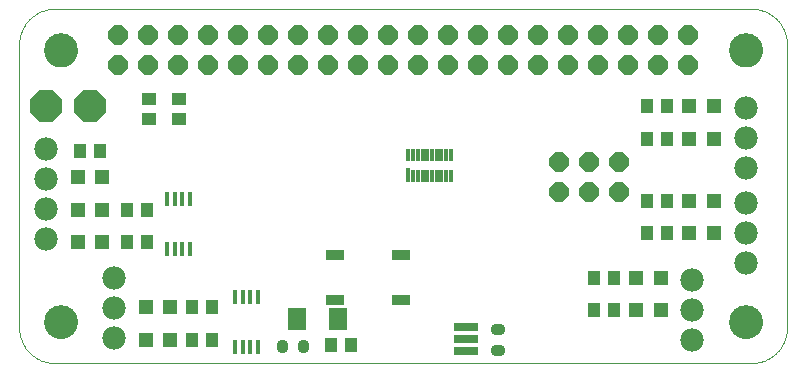
<source format=gts>
G75*
%MOIN*%
%OFA0B0*%
%FSLAX25Y25*%
%IPPOS*%
%LPD*%
%AMOC8*
5,1,8,0,0,1.08239X$1,22.5*
%
%ADD10C,0.00000*%
%ADD11C,0.11227*%
%ADD12OC8,0.06400*%
%ADD13R,0.05124X0.05124*%
%ADD14C,0.03150*%
%ADD15R,0.08274X0.03156*%
%ADD16R,0.05912X0.07487*%
%ADD17R,0.01581X0.05124*%
%ADD18OC8,0.10400*%
%ADD19OC8,0.06502*%
%ADD20C,0.07800*%
%ADD21R,0.04337X0.04731*%
%ADD22R,0.04731X0.04337*%
%ADD23R,0.01187X0.04731*%
%ADD24R,0.01187X0.04337*%
%ADD25R,0.06400X0.03400*%
D10*
X0014543Y0013041D02*
X0246827Y0013041D01*
X0247112Y0013044D01*
X0247398Y0013055D01*
X0247683Y0013072D01*
X0247967Y0013096D01*
X0248251Y0013127D01*
X0248534Y0013165D01*
X0248815Y0013210D01*
X0249096Y0013261D01*
X0249376Y0013319D01*
X0249654Y0013384D01*
X0249930Y0013456D01*
X0250204Y0013534D01*
X0250477Y0013619D01*
X0250747Y0013711D01*
X0251015Y0013809D01*
X0251281Y0013913D01*
X0251544Y0014024D01*
X0251804Y0014141D01*
X0252062Y0014264D01*
X0252316Y0014394D01*
X0252567Y0014530D01*
X0252815Y0014671D01*
X0253059Y0014819D01*
X0253300Y0014972D01*
X0253536Y0015132D01*
X0253769Y0015297D01*
X0253998Y0015467D01*
X0254223Y0015643D01*
X0254443Y0015825D01*
X0254659Y0016011D01*
X0254870Y0016203D01*
X0255077Y0016400D01*
X0255279Y0016602D01*
X0255476Y0016809D01*
X0255668Y0017020D01*
X0255854Y0017236D01*
X0256036Y0017456D01*
X0256212Y0017681D01*
X0256382Y0017910D01*
X0256547Y0018143D01*
X0256707Y0018379D01*
X0256860Y0018620D01*
X0257008Y0018864D01*
X0257149Y0019112D01*
X0257285Y0019363D01*
X0257415Y0019617D01*
X0257538Y0019875D01*
X0257655Y0020135D01*
X0257766Y0020398D01*
X0257870Y0020664D01*
X0257968Y0020932D01*
X0258060Y0021202D01*
X0258145Y0021475D01*
X0258223Y0021749D01*
X0258295Y0022025D01*
X0258360Y0022303D01*
X0258418Y0022583D01*
X0258469Y0022864D01*
X0258514Y0023145D01*
X0258552Y0023428D01*
X0258583Y0023712D01*
X0258607Y0023996D01*
X0258624Y0024281D01*
X0258635Y0024567D01*
X0258638Y0024852D01*
X0258638Y0119340D01*
X0258635Y0119625D01*
X0258624Y0119911D01*
X0258607Y0120196D01*
X0258583Y0120480D01*
X0258552Y0120764D01*
X0258514Y0121047D01*
X0258469Y0121328D01*
X0258418Y0121609D01*
X0258360Y0121889D01*
X0258295Y0122167D01*
X0258223Y0122443D01*
X0258145Y0122717D01*
X0258060Y0122990D01*
X0257968Y0123260D01*
X0257870Y0123528D01*
X0257766Y0123794D01*
X0257655Y0124057D01*
X0257538Y0124317D01*
X0257415Y0124575D01*
X0257285Y0124829D01*
X0257149Y0125080D01*
X0257008Y0125328D01*
X0256860Y0125572D01*
X0256707Y0125813D01*
X0256547Y0126049D01*
X0256382Y0126282D01*
X0256212Y0126511D01*
X0256036Y0126736D01*
X0255854Y0126956D01*
X0255668Y0127172D01*
X0255476Y0127383D01*
X0255279Y0127590D01*
X0255077Y0127792D01*
X0254870Y0127989D01*
X0254659Y0128181D01*
X0254443Y0128367D01*
X0254223Y0128549D01*
X0253998Y0128725D01*
X0253769Y0128895D01*
X0253536Y0129060D01*
X0253300Y0129220D01*
X0253059Y0129373D01*
X0252815Y0129521D01*
X0252567Y0129662D01*
X0252316Y0129798D01*
X0252062Y0129928D01*
X0251804Y0130051D01*
X0251544Y0130168D01*
X0251281Y0130279D01*
X0251015Y0130383D01*
X0250747Y0130481D01*
X0250477Y0130573D01*
X0250204Y0130658D01*
X0249930Y0130736D01*
X0249654Y0130808D01*
X0249376Y0130873D01*
X0249096Y0130931D01*
X0248815Y0130982D01*
X0248534Y0131027D01*
X0248251Y0131065D01*
X0247967Y0131096D01*
X0247683Y0131120D01*
X0247398Y0131137D01*
X0247112Y0131148D01*
X0246827Y0131151D01*
X0014543Y0131151D01*
X0014258Y0131148D01*
X0013972Y0131137D01*
X0013687Y0131120D01*
X0013403Y0131096D01*
X0013119Y0131065D01*
X0012836Y0131027D01*
X0012555Y0130982D01*
X0012274Y0130931D01*
X0011994Y0130873D01*
X0011716Y0130808D01*
X0011440Y0130736D01*
X0011166Y0130658D01*
X0010893Y0130573D01*
X0010623Y0130481D01*
X0010355Y0130383D01*
X0010089Y0130279D01*
X0009826Y0130168D01*
X0009566Y0130051D01*
X0009308Y0129928D01*
X0009054Y0129798D01*
X0008803Y0129662D01*
X0008555Y0129521D01*
X0008311Y0129373D01*
X0008070Y0129220D01*
X0007834Y0129060D01*
X0007601Y0128895D01*
X0007372Y0128725D01*
X0007147Y0128549D01*
X0006927Y0128367D01*
X0006711Y0128181D01*
X0006500Y0127989D01*
X0006293Y0127792D01*
X0006091Y0127590D01*
X0005894Y0127383D01*
X0005702Y0127172D01*
X0005516Y0126956D01*
X0005334Y0126736D01*
X0005158Y0126511D01*
X0004988Y0126282D01*
X0004823Y0126049D01*
X0004663Y0125813D01*
X0004510Y0125572D01*
X0004362Y0125328D01*
X0004221Y0125080D01*
X0004085Y0124829D01*
X0003955Y0124575D01*
X0003832Y0124317D01*
X0003715Y0124057D01*
X0003604Y0123794D01*
X0003500Y0123528D01*
X0003402Y0123260D01*
X0003310Y0122990D01*
X0003225Y0122717D01*
X0003147Y0122443D01*
X0003075Y0122167D01*
X0003010Y0121889D01*
X0002952Y0121609D01*
X0002901Y0121328D01*
X0002856Y0121047D01*
X0002818Y0120764D01*
X0002787Y0120480D01*
X0002763Y0120196D01*
X0002746Y0119911D01*
X0002735Y0119625D01*
X0002732Y0119340D01*
X0002732Y0024852D01*
X0002735Y0024567D01*
X0002746Y0024281D01*
X0002763Y0023996D01*
X0002787Y0023712D01*
X0002818Y0023428D01*
X0002856Y0023145D01*
X0002901Y0022864D01*
X0002952Y0022583D01*
X0003010Y0022303D01*
X0003075Y0022025D01*
X0003147Y0021749D01*
X0003225Y0021475D01*
X0003310Y0021202D01*
X0003402Y0020932D01*
X0003500Y0020664D01*
X0003604Y0020398D01*
X0003715Y0020135D01*
X0003832Y0019875D01*
X0003955Y0019617D01*
X0004085Y0019363D01*
X0004221Y0019112D01*
X0004362Y0018864D01*
X0004510Y0018620D01*
X0004663Y0018379D01*
X0004823Y0018143D01*
X0004988Y0017910D01*
X0005158Y0017681D01*
X0005334Y0017456D01*
X0005516Y0017236D01*
X0005702Y0017020D01*
X0005894Y0016809D01*
X0006091Y0016602D01*
X0006293Y0016400D01*
X0006500Y0016203D01*
X0006711Y0016011D01*
X0006927Y0015825D01*
X0007147Y0015643D01*
X0007372Y0015467D01*
X0007601Y0015297D01*
X0007834Y0015132D01*
X0008070Y0014972D01*
X0008311Y0014819D01*
X0008555Y0014671D01*
X0008803Y0014530D01*
X0009054Y0014394D01*
X0009308Y0014264D01*
X0009566Y0014141D01*
X0009826Y0014024D01*
X0010089Y0013913D01*
X0010355Y0013809D01*
X0010623Y0013711D01*
X0010893Y0013619D01*
X0011166Y0013534D01*
X0011440Y0013456D01*
X0011716Y0013384D01*
X0011994Y0013319D01*
X0012274Y0013261D01*
X0012555Y0013210D01*
X0012836Y0013165D01*
X0013119Y0013127D01*
X0013403Y0013096D01*
X0013687Y0013072D01*
X0013972Y0013055D01*
X0014258Y0013044D01*
X0014543Y0013041D01*
X0011099Y0026820D02*
X0011101Y0026967D01*
X0011107Y0027113D01*
X0011117Y0027259D01*
X0011131Y0027405D01*
X0011149Y0027551D01*
X0011170Y0027696D01*
X0011196Y0027840D01*
X0011226Y0027984D01*
X0011259Y0028126D01*
X0011296Y0028268D01*
X0011337Y0028409D01*
X0011382Y0028548D01*
X0011431Y0028687D01*
X0011483Y0028824D01*
X0011540Y0028959D01*
X0011599Y0029093D01*
X0011663Y0029225D01*
X0011730Y0029355D01*
X0011800Y0029484D01*
X0011874Y0029611D01*
X0011951Y0029735D01*
X0012032Y0029858D01*
X0012116Y0029978D01*
X0012203Y0030096D01*
X0012293Y0030211D01*
X0012386Y0030324D01*
X0012483Y0030435D01*
X0012582Y0030543D01*
X0012684Y0030648D01*
X0012789Y0030750D01*
X0012897Y0030849D01*
X0013008Y0030946D01*
X0013121Y0031039D01*
X0013236Y0031129D01*
X0013354Y0031216D01*
X0013474Y0031300D01*
X0013597Y0031381D01*
X0013721Y0031458D01*
X0013848Y0031532D01*
X0013977Y0031602D01*
X0014107Y0031669D01*
X0014239Y0031733D01*
X0014373Y0031792D01*
X0014508Y0031849D01*
X0014645Y0031901D01*
X0014784Y0031950D01*
X0014923Y0031995D01*
X0015064Y0032036D01*
X0015206Y0032073D01*
X0015348Y0032106D01*
X0015492Y0032136D01*
X0015636Y0032162D01*
X0015781Y0032183D01*
X0015927Y0032201D01*
X0016073Y0032215D01*
X0016219Y0032225D01*
X0016365Y0032231D01*
X0016512Y0032233D01*
X0016659Y0032231D01*
X0016805Y0032225D01*
X0016951Y0032215D01*
X0017097Y0032201D01*
X0017243Y0032183D01*
X0017388Y0032162D01*
X0017532Y0032136D01*
X0017676Y0032106D01*
X0017818Y0032073D01*
X0017960Y0032036D01*
X0018101Y0031995D01*
X0018240Y0031950D01*
X0018379Y0031901D01*
X0018516Y0031849D01*
X0018651Y0031792D01*
X0018785Y0031733D01*
X0018917Y0031669D01*
X0019047Y0031602D01*
X0019176Y0031532D01*
X0019303Y0031458D01*
X0019427Y0031381D01*
X0019550Y0031300D01*
X0019670Y0031216D01*
X0019788Y0031129D01*
X0019903Y0031039D01*
X0020016Y0030946D01*
X0020127Y0030849D01*
X0020235Y0030750D01*
X0020340Y0030648D01*
X0020442Y0030543D01*
X0020541Y0030435D01*
X0020638Y0030324D01*
X0020731Y0030211D01*
X0020821Y0030096D01*
X0020908Y0029978D01*
X0020992Y0029858D01*
X0021073Y0029735D01*
X0021150Y0029611D01*
X0021224Y0029484D01*
X0021294Y0029355D01*
X0021361Y0029225D01*
X0021425Y0029093D01*
X0021484Y0028959D01*
X0021541Y0028824D01*
X0021593Y0028687D01*
X0021642Y0028548D01*
X0021687Y0028409D01*
X0021728Y0028268D01*
X0021765Y0028126D01*
X0021798Y0027984D01*
X0021828Y0027840D01*
X0021854Y0027696D01*
X0021875Y0027551D01*
X0021893Y0027405D01*
X0021907Y0027259D01*
X0021917Y0027113D01*
X0021923Y0026967D01*
X0021925Y0026820D01*
X0021923Y0026673D01*
X0021917Y0026527D01*
X0021907Y0026381D01*
X0021893Y0026235D01*
X0021875Y0026089D01*
X0021854Y0025944D01*
X0021828Y0025800D01*
X0021798Y0025656D01*
X0021765Y0025514D01*
X0021728Y0025372D01*
X0021687Y0025231D01*
X0021642Y0025092D01*
X0021593Y0024953D01*
X0021541Y0024816D01*
X0021484Y0024681D01*
X0021425Y0024547D01*
X0021361Y0024415D01*
X0021294Y0024285D01*
X0021224Y0024156D01*
X0021150Y0024029D01*
X0021073Y0023905D01*
X0020992Y0023782D01*
X0020908Y0023662D01*
X0020821Y0023544D01*
X0020731Y0023429D01*
X0020638Y0023316D01*
X0020541Y0023205D01*
X0020442Y0023097D01*
X0020340Y0022992D01*
X0020235Y0022890D01*
X0020127Y0022791D01*
X0020016Y0022694D01*
X0019903Y0022601D01*
X0019788Y0022511D01*
X0019670Y0022424D01*
X0019550Y0022340D01*
X0019427Y0022259D01*
X0019303Y0022182D01*
X0019176Y0022108D01*
X0019047Y0022038D01*
X0018917Y0021971D01*
X0018785Y0021907D01*
X0018651Y0021848D01*
X0018516Y0021791D01*
X0018379Y0021739D01*
X0018240Y0021690D01*
X0018101Y0021645D01*
X0017960Y0021604D01*
X0017818Y0021567D01*
X0017676Y0021534D01*
X0017532Y0021504D01*
X0017388Y0021478D01*
X0017243Y0021457D01*
X0017097Y0021439D01*
X0016951Y0021425D01*
X0016805Y0021415D01*
X0016659Y0021409D01*
X0016512Y0021407D01*
X0016365Y0021409D01*
X0016219Y0021415D01*
X0016073Y0021425D01*
X0015927Y0021439D01*
X0015781Y0021457D01*
X0015636Y0021478D01*
X0015492Y0021504D01*
X0015348Y0021534D01*
X0015206Y0021567D01*
X0015064Y0021604D01*
X0014923Y0021645D01*
X0014784Y0021690D01*
X0014645Y0021739D01*
X0014508Y0021791D01*
X0014373Y0021848D01*
X0014239Y0021907D01*
X0014107Y0021971D01*
X0013977Y0022038D01*
X0013848Y0022108D01*
X0013721Y0022182D01*
X0013597Y0022259D01*
X0013474Y0022340D01*
X0013354Y0022424D01*
X0013236Y0022511D01*
X0013121Y0022601D01*
X0013008Y0022694D01*
X0012897Y0022791D01*
X0012789Y0022890D01*
X0012684Y0022992D01*
X0012582Y0023097D01*
X0012483Y0023205D01*
X0012386Y0023316D01*
X0012293Y0023429D01*
X0012203Y0023544D01*
X0012116Y0023662D01*
X0012032Y0023782D01*
X0011951Y0023905D01*
X0011874Y0024029D01*
X0011800Y0024156D01*
X0011730Y0024285D01*
X0011663Y0024415D01*
X0011599Y0024547D01*
X0011540Y0024681D01*
X0011483Y0024816D01*
X0011431Y0024953D01*
X0011382Y0025092D01*
X0011337Y0025231D01*
X0011296Y0025372D01*
X0011259Y0025514D01*
X0011226Y0025656D01*
X0011196Y0025800D01*
X0011170Y0025944D01*
X0011149Y0026089D01*
X0011131Y0026235D01*
X0011117Y0026381D01*
X0011107Y0026527D01*
X0011101Y0026673D01*
X0011099Y0026820D01*
X0011099Y0117371D02*
X0011101Y0117518D01*
X0011107Y0117664D01*
X0011117Y0117810D01*
X0011131Y0117956D01*
X0011149Y0118102D01*
X0011170Y0118247D01*
X0011196Y0118391D01*
X0011226Y0118535D01*
X0011259Y0118677D01*
X0011296Y0118819D01*
X0011337Y0118960D01*
X0011382Y0119099D01*
X0011431Y0119238D01*
X0011483Y0119375D01*
X0011540Y0119510D01*
X0011599Y0119644D01*
X0011663Y0119776D01*
X0011730Y0119906D01*
X0011800Y0120035D01*
X0011874Y0120162D01*
X0011951Y0120286D01*
X0012032Y0120409D01*
X0012116Y0120529D01*
X0012203Y0120647D01*
X0012293Y0120762D01*
X0012386Y0120875D01*
X0012483Y0120986D01*
X0012582Y0121094D01*
X0012684Y0121199D01*
X0012789Y0121301D01*
X0012897Y0121400D01*
X0013008Y0121497D01*
X0013121Y0121590D01*
X0013236Y0121680D01*
X0013354Y0121767D01*
X0013474Y0121851D01*
X0013597Y0121932D01*
X0013721Y0122009D01*
X0013848Y0122083D01*
X0013977Y0122153D01*
X0014107Y0122220D01*
X0014239Y0122284D01*
X0014373Y0122343D01*
X0014508Y0122400D01*
X0014645Y0122452D01*
X0014784Y0122501D01*
X0014923Y0122546D01*
X0015064Y0122587D01*
X0015206Y0122624D01*
X0015348Y0122657D01*
X0015492Y0122687D01*
X0015636Y0122713D01*
X0015781Y0122734D01*
X0015927Y0122752D01*
X0016073Y0122766D01*
X0016219Y0122776D01*
X0016365Y0122782D01*
X0016512Y0122784D01*
X0016659Y0122782D01*
X0016805Y0122776D01*
X0016951Y0122766D01*
X0017097Y0122752D01*
X0017243Y0122734D01*
X0017388Y0122713D01*
X0017532Y0122687D01*
X0017676Y0122657D01*
X0017818Y0122624D01*
X0017960Y0122587D01*
X0018101Y0122546D01*
X0018240Y0122501D01*
X0018379Y0122452D01*
X0018516Y0122400D01*
X0018651Y0122343D01*
X0018785Y0122284D01*
X0018917Y0122220D01*
X0019047Y0122153D01*
X0019176Y0122083D01*
X0019303Y0122009D01*
X0019427Y0121932D01*
X0019550Y0121851D01*
X0019670Y0121767D01*
X0019788Y0121680D01*
X0019903Y0121590D01*
X0020016Y0121497D01*
X0020127Y0121400D01*
X0020235Y0121301D01*
X0020340Y0121199D01*
X0020442Y0121094D01*
X0020541Y0120986D01*
X0020638Y0120875D01*
X0020731Y0120762D01*
X0020821Y0120647D01*
X0020908Y0120529D01*
X0020992Y0120409D01*
X0021073Y0120286D01*
X0021150Y0120162D01*
X0021224Y0120035D01*
X0021294Y0119906D01*
X0021361Y0119776D01*
X0021425Y0119644D01*
X0021484Y0119510D01*
X0021541Y0119375D01*
X0021593Y0119238D01*
X0021642Y0119099D01*
X0021687Y0118960D01*
X0021728Y0118819D01*
X0021765Y0118677D01*
X0021798Y0118535D01*
X0021828Y0118391D01*
X0021854Y0118247D01*
X0021875Y0118102D01*
X0021893Y0117956D01*
X0021907Y0117810D01*
X0021917Y0117664D01*
X0021923Y0117518D01*
X0021925Y0117371D01*
X0021923Y0117224D01*
X0021917Y0117078D01*
X0021907Y0116932D01*
X0021893Y0116786D01*
X0021875Y0116640D01*
X0021854Y0116495D01*
X0021828Y0116351D01*
X0021798Y0116207D01*
X0021765Y0116065D01*
X0021728Y0115923D01*
X0021687Y0115782D01*
X0021642Y0115643D01*
X0021593Y0115504D01*
X0021541Y0115367D01*
X0021484Y0115232D01*
X0021425Y0115098D01*
X0021361Y0114966D01*
X0021294Y0114836D01*
X0021224Y0114707D01*
X0021150Y0114580D01*
X0021073Y0114456D01*
X0020992Y0114333D01*
X0020908Y0114213D01*
X0020821Y0114095D01*
X0020731Y0113980D01*
X0020638Y0113867D01*
X0020541Y0113756D01*
X0020442Y0113648D01*
X0020340Y0113543D01*
X0020235Y0113441D01*
X0020127Y0113342D01*
X0020016Y0113245D01*
X0019903Y0113152D01*
X0019788Y0113062D01*
X0019670Y0112975D01*
X0019550Y0112891D01*
X0019427Y0112810D01*
X0019303Y0112733D01*
X0019176Y0112659D01*
X0019047Y0112589D01*
X0018917Y0112522D01*
X0018785Y0112458D01*
X0018651Y0112399D01*
X0018516Y0112342D01*
X0018379Y0112290D01*
X0018240Y0112241D01*
X0018101Y0112196D01*
X0017960Y0112155D01*
X0017818Y0112118D01*
X0017676Y0112085D01*
X0017532Y0112055D01*
X0017388Y0112029D01*
X0017243Y0112008D01*
X0017097Y0111990D01*
X0016951Y0111976D01*
X0016805Y0111966D01*
X0016659Y0111960D01*
X0016512Y0111958D01*
X0016365Y0111960D01*
X0016219Y0111966D01*
X0016073Y0111976D01*
X0015927Y0111990D01*
X0015781Y0112008D01*
X0015636Y0112029D01*
X0015492Y0112055D01*
X0015348Y0112085D01*
X0015206Y0112118D01*
X0015064Y0112155D01*
X0014923Y0112196D01*
X0014784Y0112241D01*
X0014645Y0112290D01*
X0014508Y0112342D01*
X0014373Y0112399D01*
X0014239Y0112458D01*
X0014107Y0112522D01*
X0013977Y0112589D01*
X0013848Y0112659D01*
X0013721Y0112733D01*
X0013597Y0112810D01*
X0013474Y0112891D01*
X0013354Y0112975D01*
X0013236Y0113062D01*
X0013121Y0113152D01*
X0013008Y0113245D01*
X0012897Y0113342D01*
X0012789Y0113441D01*
X0012684Y0113543D01*
X0012582Y0113648D01*
X0012483Y0113756D01*
X0012386Y0113867D01*
X0012293Y0113980D01*
X0012203Y0114095D01*
X0012116Y0114213D01*
X0012032Y0114333D01*
X0011951Y0114456D01*
X0011874Y0114580D01*
X0011800Y0114707D01*
X0011730Y0114836D01*
X0011663Y0114966D01*
X0011599Y0115098D01*
X0011540Y0115232D01*
X0011483Y0115367D01*
X0011431Y0115504D01*
X0011382Y0115643D01*
X0011337Y0115782D01*
X0011296Y0115923D01*
X0011259Y0116065D01*
X0011226Y0116207D01*
X0011196Y0116351D01*
X0011170Y0116495D01*
X0011149Y0116640D01*
X0011131Y0116786D01*
X0011117Y0116932D01*
X0011107Y0117078D01*
X0011101Y0117224D01*
X0011099Y0117371D01*
X0239445Y0117371D02*
X0239447Y0117518D01*
X0239453Y0117664D01*
X0239463Y0117810D01*
X0239477Y0117956D01*
X0239495Y0118102D01*
X0239516Y0118247D01*
X0239542Y0118391D01*
X0239572Y0118535D01*
X0239605Y0118677D01*
X0239642Y0118819D01*
X0239683Y0118960D01*
X0239728Y0119099D01*
X0239777Y0119238D01*
X0239829Y0119375D01*
X0239886Y0119510D01*
X0239945Y0119644D01*
X0240009Y0119776D01*
X0240076Y0119906D01*
X0240146Y0120035D01*
X0240220Y0120162D01*
X0240297Y0120286D01*
X0240378Y0120409D01*
X0240462Y0120529D01*
X0240549Y0120647D01*
X0240639Y0120762D01*
X0240732Y0120875D01*
X0240829Y0120986D01*
X0240928Y0121094D01*
X0241030Y0121199D01*
X0241135Y0121301D01*
X0241243Y0121400D01*
X0241354Y0121497D01*
X0241467Y0121590D01*
X0241582Y0121680D01*
X0241700Y0121767D01*
X0241820Y0121851D01*
X0241943Y0121932D01*
X0242067Y0122009D01*
X0242194Y0122083D01*
X0242323Y0122153D01*
X0242453Y0122220D01*
X0242585Y0122284D01*
X0242719Y0122343D01*
X0242854Y0122400D01*
X0242991Y0122452D01*
X0243130Y0122501D01*
X0243269Y0122546D01*
X0243410Y0122587D01*
X0243552Y0122624D01*
X0243694Y0122657D01*
X0243838Y0122687D01*
X0243982Y0122713D01*
X0244127Y0122734D01*
X0244273Y0122752D01*
X0244419Y0122766D01*
X0244565Y0122776D01*
X0244711Y0122782D01*
X0244858Y0122784D01*
X0245005Y0122782D01*
X0245151Y0122776D01*
X0245297Y0122766D01*
X0245443Y0122752D01*
X0245589Y0122734D01*
X0245734Y0122713D01*
X0245878Y0122687D01*
X0246022Y0122657D01*
X0246164Y0122624D01*
X0246306Y0122587D01*
X0246447Y0122546D01*
X0246586Y0122501D01*
X0246725Y0122452D01*
X0246862Y0122400D01*
X0246997Y0122343D01*
X0247131Y0122284D01*
X0247263Y0122220D01*
X0247393Y0122153D01*
X0247522Y0122083D01*
X0247649Y0122009D01*
X0247773Y0121932D01*
X0247896Y0121851D01*
X0248016Y0121767D01*
X0248134Y0121680D01*
X0248249Y0121590D01*
X0248362Y0121497D01*
X0248473Y0121400D01*
X0248581Y0121301D01*
X0248686Y0121199D01*
X0248788Y0121094D01*
X0248887Y0120986D01*
X0248984Y0120875D01*
X0249077Y0120762D01*
X0249167Y0120647D01*
X0249254Y0120529D01*
X0249338Y0120409D01*
X0249419Y0120286D01*
X0249496Y0120162D01*
X0249570Y0120035D01*
X0249640Y0119906D01*
X0249707Y0119776D01*
X0249771Y0119644D01*
X0249830Y0119510D01*
X0249887Y0119375D01*
X0249939Y0119238D01*
X0249988Y0119099D01*
X0250033Y0118960D01*
X0250074Y0118819D01*
X0250111Y0118677D01*
X0250144Y0118535D01*
X0250174Y0118391D01*
X0250200Y0118247D01*
X0250221Y0118102D01*
X0250239Y0117956D01*
X0250253Y0117810D01*
X0250263Y0117664D01*
X0250269Y0117518D01*
X0250271Y0117371D01*
X0250269Y0117224D01*
X0250263Y0117078D01*
X0250253Y0116932D01*
X0250239Y0116786D01*
X0250221Y0116640D01*
X0250200Y0116495D01*
X0250174Y0116351D01*
X0250144Y0116207D01*
X0250111Y0116065D01*
X0250074Y0115923D01*
X0250033Y0115782D01*
X0249988Y0115643D01*
X0249939Y0115504D01*
X0249887Y0115367D01*
X0249830Y0115232D01*
X0249771Y0115098D01*
X0249707Y0114966D01*
X0249640Y0114836D01*
X0249570Y0114707D01*
X0249496Y0114580D01*
X0249419Y0114456D01*
X0249338Y0114333D01*
X0249254Y0114213D01*
X0249167Y0114095D01*
X0249077Y0113980D01*
X0248984Y0113867D01*
X0248887Y0113756D01*
X0248788Y0113648D01*
X0248686Y0113543D01*
X0248581Y0113441D01*
X0248473Y0113342D01*
X0248362Y0113245D01*
X0248249Y0113152D01*
X0248134Y0113062D01*
X0248016Y0112975D01*
X0247896Y0112891D01*
X0247773Y0112810D01*
X0247649Y0112733D01*
X0247522Y0112659D01*
X0247393Y0112589D01*
X0247263Y0112522D01*
X0247131Y0112458D01*
X0246997Y0112399D01*
X0246862Y0112342D01*
X0246725Y0112290D01*
X0246586Y0112241D01*
X0246447Y0112196D01*
X0246306Y0112155D01*
X0246164Y0112118D01*
X0246022Y0112085D01*
X0245878Y0112055D01*
X0245734Y0112029D01*
X0245589Y0112008D01*
X0245443Y0111990D01*
X0245297Y0111976D01*
X0245151Y0111966D01*
X0245005Y0111960D01*
X0244858Y0111958D01*
X0244711Y0111960D01*
X0244565Y0111966D01*
X0244419Y0111976D01*
X0244273Y0111990D01*
X0244127Y0112008D01*
X0243982Y0112029D01*
X0243838Y0112055D01*
X0243694Y0112085D01*
X0243552Y0112118D01*
X0243410Y0112155D01*
X0243269Y0112196D01*
X0243130Y0112241D01*
X0242991Y0112290D01*
X0242854Y0112342D01*
X0242719Y0112399D01*
X0242585Y0112458D01*
X0242453Y0112522D01*
X0242323Y0112589D01*
X0242194Y0112659D01*
X0242067Y0112733D01*
X0241943Y0112810D01*
X0241820Y0112891D01*
X0241700Y0112975D01*
X0241582Y0113062D01*
X0241467Y0113152D01*
X0241354Y0113245D01*
X0241243Y0113342D01*
X0241135Y0113441D01*
X0241030Y0113543D01*
X0240928Y0113648D01*
X0240829Y0113756D01*
X0240732Y0113867D01*
X0240639Y0113980D01*
X0240549Y0114095D01*
X0240462Y0114213D01*
X0240378Y0114333D01*
X0240297Y0114456D01*
X0240220Y0114580D01*
X0240146Y0114707D01*
X0240076Y0114836D01*
X0240009Y0114966D01*
X0239945Y0115098D01*
X0239886Y0115232D01*
X0239829Y0115367D01*
X0239777Y0115504D01*
X0239728Y0115643D01*
X0239683Y0115782D01*
X0239642Y0115923D01*
X0239605Y0116065D01*
X0239572Y0116207D01*
X0239542Y0116351D01*
X0239516Y0116495D01*
X0239495Y0116640D01*
X0239477Y0116786D01*
X0239463Y0116932D01*
X0239453Y0117078D01*
X0239447Y0117224D01*
X0239445Y0117371D01*
X0239445Y0026820D02*
X0239447Y0026967D01*
X0239453Y0027113D01*
X0239463Y0027259D01*
X0239477Y0027405D01*
X0239495Y0027551D01*
X0239516Y0027696D01*
X0239542Y0027840D01*
X0239572Y0027984D01*
X0239605Y0028126D01*
X0239642Y0028268D01*
X0239683Y0028409D01*
X0239728Y0028548D01*
X0239777Y0028687D01*
X0239829Y0028824D01*
X0239886Y0028959D01*
X0239945Y0029093D01*
X0240009Y0029225D01*
X0240076Y0029355D01*
X0240146Y0029484D01*
X0240220Y0029611D01*
X0240297Y0029735D01*
X0240378Y0029858D01*
X0240462Y0029978D01*
X0240549Y0030096D01*
X0240639Y0030211D01*
X0240732Y0030324D01*
X0240829Y0030435D01*
X0240928Y0030543D01*
X0241030Y0030648D01*
X0241135Y0030750D01*
X0241243Y0030849D01*
X0241354Y0030946D01*
X0241467Y0031039D01*
X0241582Y0031129D01*
X0241700Y0031216D01*
X0241820Y0031300D01*
X0241943Y0031381D01*
X0242067Y0031458D01*
X0242194Y0031532D01*
X0242323Y0031602D01*
X0242453Y0031669D01*
X0242585Y0031733D01*
X0242719Y0031792D01*
X0242854Y0031849D01*
X0242991Y0031901D01*
X0243130Y0031950D01*
X0243269Y0031995D01*
X0243410Y0032036D01*
X0243552Y0032073D01*
X0243694Y0032106D01*
X0243838Y0032136D01*
X0243982Y0032162D01*
X0244127Y0032183D01*
X0244273Y0032201D01*
X0244419Y0032215D01*
X0244565Y0032225D01*
X0244711Y0032231D01*
X0244858Y0032233D01*
X0245005Y0032231D01*
X0245151Y0032225D01*
X0245297Y0032215D01*
X0245443Y0032201D01*
X0245589Y0032183D01*
X0245734Y0032162D01*
X0245878Y0032136D01*
X0246022Y0032106D01*
X0246164Y0032073D01*
X0246306Y0032036D01*
X0246447Y0031995D01*
X0246586Y0031950D01*
X0246725Y0031901D01*
X0246862Y0031849D01*
X0246997Y0031792D01*
X0247131Y0031733D01*
X0247263Y0031669D01*
X0247393Y0031602D01*
X0247522Y0031532D01*
X0247649Y0031458D01*
X0247773Y0031381D01*
X0247896Y0031300D01*
X0248016Y0031216D01*
X0248134Y0031129D01*
X0248249Y0031039D01*
X0248362Y0030946D01*
X0248473Y0030849D01*
X0248581Y0030750D01*
X0248686Y0030648D01*
X0248788Y0030543D01*
X0248887Y0030435D01*
X0248984Y0030324D01*
X0249077Y0030211D01*
X0249167Y0030096D01*
X0249254Y0029978D01*
X0249338Y0029858D01*
X0249419Y0029735D01*
X0249496Y0029611D01*
X0249570Y0029484D01*
X0249640Y0029355D01*
X0249707Y0029225D01*
X0249771Y0029093D01*
X0249830Y0028959D01*
X0249887Y0028824D01*
X0249939Y0028687D01*
X0249988Y0028548D01*
X0250033Y0028409D01*
X0250074Y0028268D01*
X0250111Y0028126D01*
X0250144Y0027984D01*
X0250174Y0027840D01*
X0250200Y0027696D01*
X0250221Y0027551D01*
X0250239Y0027405D01*
X0250253Y0027259D01*
X0250263Y0027113D01*
X0250269Y0026967D01*
X0250271Y0026820D01*
X0250269Y0026673D01*
X0250263Y0026527D01*
X0250253Y0026381D01*
X0250239Y0026235D01*
X0250221Y0026089D01*
X0250200Y0025944D01*
X0250174Y0025800D01*
X0250144Y0025656D01*
X0250111Y0025514D01*
X0250074Y0025372D01*
X0250033Y0025231D01*
X0249988Y0025092D01*
X0249939Y0024953D01*
X0249887Y0024816D01*
X0249830Y0024681D01*
X0249771Y0024547D01*
X0249707Y0024415D01*
X0249640Y0024285D01*
X0249570Y0024156D01*
X0249496Y0024029D01*
X0249419Y0023905D01*
X0249338Y0023782D01*
X0249254Y0023662D01*
X0249167Y0023544D01*
X0249077Y0023429D01*
X0248984Y0023316D01*
X0248887Y0023205D01*
X0248788Y0023097D01*
X0248686Y0022992D01*
X0248581Y0022890D01*
X0248473Y0022791D01*
X0248362Y0022694D01*
X0248249Y0022601D01*
X0248134Y0022511D01*
X0248016Y0022424D01*
X0247896Y0022340D01*
X0247773Y0022259D01*
X0247649Y0022182D01*
X0247522Y0022108D01*
X0247393Y0022038D01*
X0247263Y0021971D01*
X0247131Y0021907D01*
X0246997Y0021848D01*
X0246862Y0021791D01*
X0246725Y0021739D01*
X0246586Y0021690D01*
X0246447Y0021645D01*
X0246306Y0021604D01*
X0246164Y0021567D01*
X0246022Y0021534D01*
X0245878Y0021504D01*
X0245734Y0021478D01*
X0245589Y0021457D01*
X0245443Y0021439D01*
X0245297Y0021425D01*
X0245151Y0021415D01*
X0245005Y0021409D01*
X0244858Y0021407D01*
X0244711Y0021409D01*
X0244565Y0021415D01*
X0244419Y0021425D01*
X0244273Y0021439D01*
X0244127Y0021457D01*
X0243982Y0021478D01*
X0243838Y0021504D01*
X0243694Y0021534D01*
X0243552Y0021567D01*
X0243410Y0021604D01*
X0243269Y0021645D01*
X0243130Y0021690D01*
X0242991Y0021739D01*
X0242854Y0021791D01*
X0242719Y0021848D01*
X0242585Y0021907D01*
X0242453Y0021971D01*
X0242323Y0022038D01*
X0242194Y0022108D01*
X0242067Y0022182D01*
X0241943Y0022259D01*
X0241820Y0022340D01*
X0241700Y0022424D01*
X0241582Y0022511D01*
X0241467Y0022601D01*
X0241354Y0022694D01*
X0241243Y0022791D01*
X0241135Y0022890D01*
X0241030Y0022992D01*
X0240928Y0023097D01*
X0240829Y0023205D01*
X0240732Y0023316D01*
X0240639Y0023429D01*
X0240549Y0023544D01*
X0240462Y0023662D01*
X0240378Y0023782D01*
X0240297Y0023905D01*
X0240220Y0024029D01*
X0240146Y0024156D01*
X0240076Y0024285D01*
X0240009Y0024415D01*
X0239945Y0024547D01*
X0239886Y0024681D01*
X0239829Y0024816D01*
X0239777Y0024953D01*
X0239728Y0025092D01*
X0239683Y0025231D01*
X0239642Y0025372D01*
X0239605Y0025514D01*
X0239572Y0025656D01*
X0239542Y0025800D01*
X0239516Y0025944D01*
X0239495Y0026089D01*
X0239477Y0026235D01*
X0239463Y0026381D01*
X0239453Y0026527D01*
X0239447Y0026673D01*
X0239445Y0026820D01*
D11*
X0244858Y0026820D03*
X0244858Y0117371D03*
X0016512Y0117371D03*
X0016512Y0026820D03*
D12*
X0035685Y0112371D03*
X0045685Y0112371D03*
X0055685Y0112371D03*
X0065685Y0112371D03*
X0075685Y0112371D03*
X0085685Y0112371D03*
X0095685Y0112371D03*
X0105685Y0112371D03*
X0115685Y0112371D03*
X0125685Y0112371D03*
X0135685Y0112371D03*
X0145685Y0112371D03*
X0155685Y0112371D03*
X0165685Y0112371D03*
X0175685Y0112371D03*
X0185685Y0112371D03*
X0195685Y0112371D03*
X0205685Y0112371D03*
X0215685Y0112371D03*
X0225685Y0112371D03*
X0225685Y0122371D03*
X0215685Y0122371D03*
X0205685Y0122371D03*
X0195685Y0122371D03*
X0185685Y0122371D03*
X0175685Y0122371D03*
X0165685Y0122371D03*
X0155685Y0122371D03*
X0145685Y0122371D03*
X0135685Y0122371D03*
X0125685Y0122371D03*
X0115685Y0122371D03*
X0105685Y0122371D03*
X0095685Y0122371D03*
X0085685Y0122371D03*
X0075685Y0122371D03*
X0065685Y0122371D03*
X0055685Y0122371D03*
X0045685Y0122371D03*
X0035685Y0122371D03*
D13*
X0030488Y0075048D03*
X0022220Y0075048D03*
X0022220Y0064222D03*
X0030488Y0064222D03*
X0030488Y0053395D03*
X0022220Y0053395D03*
X0044858Y0031741D03*
X0053126Y0031741D03*
X0053126Y0020915D03*
X0044858Y0020915D03*
X0208244Y0030757D03*
X0216512Y0030757D03*
X0216512Y0041584D03*
X0208244Y0041584D03*
X0225961Y0056348D03*
X0234228Y0056348D03*
X0234228Y0067174D03*
X0225961Y0067174D03*
X0225961Y0087844D03*
X0234228Y0087844D03*
X0234228Y0098670D03*
X0225961Y0098670D03*
D14*
X0162971Y0024808D02*
X0162971Y0024022D01*
X0161391Y0024022D01*
X0161391Y0024808D01*
X0162971Y0024808D01*
X0162971Y0017808D02*
X0162971Y0017022D01*
X0161391Y0017022D01*
X0161391Y0017808D01*
X0162971Y0017808D01*
X0096981Y0017959D02*
X0096981Y0019539D01*
X0097767Y0019539D01*
X0097767Y0017959D01*
X0096981Y0017959D01*
X0089981Y0017959D02*
X0089981Y0019539D01*
X0090767Y0019539D01*
X0090767Y0017959D01*
X0089981Y0017959D01*
D15*
X0151551Y0017174D03*
X0151551Y0021111D03*
X0151551Y0025048D03*
D16*
X0108835Y0027804D03*
X0095449Y0027804D03*
D17*
X0082354Y0035135D03*
X0079795Y0035135D03*
X0077236Y0035135D03*
X0074677Y0035135D03*
X0059717Y0050981D03*
X0057157Y0050981D03*
X0054598Y0050981D03*
X0052039Y0050981D03*
X0052039Y0067615D03*
X0054598Y0067615D03*
X0057157Y0067615D03*
X0059717Y0067615D03*
X0074677Y0018501D03*
X0077236Y0018501D03*
X0079795Y0018501D03*
X0082354Y0018501D03*
D18*
X0026354Y0098670D03*
X0011591Y0098670D03*
D19*
X0182693Y0080048D03*
X0192693Y0080048D03*
X0202693Y0080048D03*
X0202693Y0070048D03*
X0192693Y0070048D03*
X0182693Y0070048D03*
D20*
X0227142Y0040915D03*
X0244858Y0046505D03*
X0244858Y0056505D03*
X0244858Y0066505D03*
X0244858Y0078001D03*
X0244858Y0088001D03*
X0244858Y0098001D03*
X0227142Y0030915D03*
X0227142Y0020915D03*
X0034228Y0021584D03*
X0034228Y0031584D03*
X0034228Y0041584D03*
X0011582Y0054352D03*
X0011582Y0064352D03*
X0011582Y0074352D03*
X0011582Y0084352D03*
D21*
X0023008Y0083907D03*
X0029701Y0083907D03*
X0038756Y0064222D03*
X0045449Y0064222D03*
X0045449Y0053395D03*
X0038756Y0053395D03*
X0060409Y0031741D03*
X0067102Y0031741D03*
X0067102Y0020915D03*
X0060409Y0020915D03*
X0106669Y0018946D03*
X0113362Y0018946D03*
X0194268Y0030757D03*
X0200961Y0030757D03*
X0200961Y0041584D03*
X0194268Y0041584D03*
X0211984Y0056348D03*
X0218677Y0056348D03*
X0218677Y0067174D03*
X0211984Y0067174D03*
X0211984Y0087844D03*
X0218677Y0087844D03*
X0218677Y0098670D03*
X0211984Y0098670D03*
D22*
X0055882Y0101033D03*
X0046039Y0101033D03*
X0046039Y0094340D03*
X0055882Y0094340D03*
D23*
X0132457Y0075639D03*
D24*
X0134031Y0075442D03*
X0135606Y0075442D03*
X0137181Y0075442D03*
X0138756Y0075442D03*
X0140331Y0075442D03*
X0141906Y0075442D03*
X0143480Y0075442D03*
X0145055Y0075442D03*
X0146630Y0075442D03*
X0146630Y0082529D03*
X0145055Y0082529D03*
X0143480Y0082529D03*
X0141906Y0082529D03*
X0140331Y0082529D03*
X0138756Y0082529D03*
X0137181Y0082529D03*
X0135606Y0082529D03*
X0134031Y0082529D03*
X0132457Y0082529D03*
D25*
X0129874Y0049084D03*
X0107874Y0049084D03*
X0107874Y0034084D03*
X0129874Y0034084D03*
M02*

</source>
